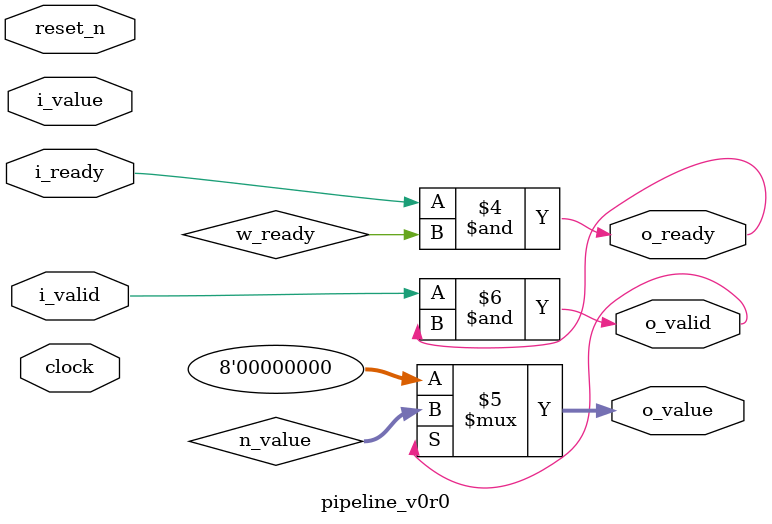
<source format=sv>
/*==============================================================================

The MIT License (MIT)

Copyright (c) 2015 Luuvish Hwang

Permission is hereby granted, free of charge, to any person obtaining a copy of
this software and associated documentation files (the "Software"), to deal in
the Software without restriction, including without limitation the rights to
use, copy, modify, merge, publish, distribute, sublicense, and/or sell copies of
the Software, and to permit persons to whom the Software is furnished to do so,
subject to the following conditions:

The above copyright notice and this permission notice shall be included in all
copies or substantial portions of the Software.

THE SOFTWARE IS PROVIDED "AS IS", WITHOUT WARRANTY OF ANY KIND, EXPRESS OR
IMPLIED, INCLUDING BUT NOT LIMITED TO THE WARRANTIES OF MERCHANTABILITY, FITNESS
FOR A PARTICULAR PURPOSE AND NONINFRINGEMENT. IN NO EVENT SHALL THE AUTHORS OR
COPYRIGHT HOLDERS BE LIABLE FOR ANY CLAIM, DAMAGES OR OTHER LIABILITY, WHETHER
IN AN ACTION OF CONTRACT, TORT OR OTHERWISE, ARISING FROM, OUT OF OR IN
CONNECTION WITH THE SOFTWARE OR THE USE OR OTHER DEALINGS IN THE SOFTWARE.

================================================================================

    File         : pipeline_v0r0.sv
    Author(s)    : luuvish (github.com/luuvish/system-verilog-patterns)
    Modifier     : luuvish (luuvish@gmail.com)
    Descriptions : design patterns for pipeline v0r0 module

==============================================================================*/

module pipeline_v0r0 #(VALUE_BITS = 8, STATE_BITS = 8) (
  input  wire                    clock,
  input  wire                    reset_n,
  input  wire [VALUE_BITS - 1:0] i_value,
  input  wire                    i_valid,
  output wire                    o_ready,
  output reg  [VALUE_BITS - 1:0] o_value,
  output reg                     o_valid,
  input  wire                    i_ready
);

  reg  [STATE_BITS - 1:0] r_state;
  reg  [STATE_BITS - 1:0] n_state;
  reg  [VALUE_BITS - 1:0] n_value;
  reg                     w_ready;

//always_comb begin
//  stage(r_state, i_value, n_state, n_value, w_ready);
//end

  always_ff @(posedge clock, negedge reset_n) begin
    if (~reset_n) begin
      r_state <= '0;
    end
    else if (i_valid & o_ready) begin
      r_state <= n_state;
    end
  end

  assign o_ready = i_ready & w_ready;

  assign o_value = o_valid ? n_value : '0;
  assign o_valid = i_valid & o_ready;

  task stage (
    input  logic [STATE_BITS - 1:0] i_state,
    input  logic [VALUE_BITS - 1:0] i_value,
    output logic [STATE_BITS - 1:0] o_state,
    output logic [VALUE_BITS - 1:0] o_value,
    output logic                    o_ready
  );
  endtask

endmodule

</source>
